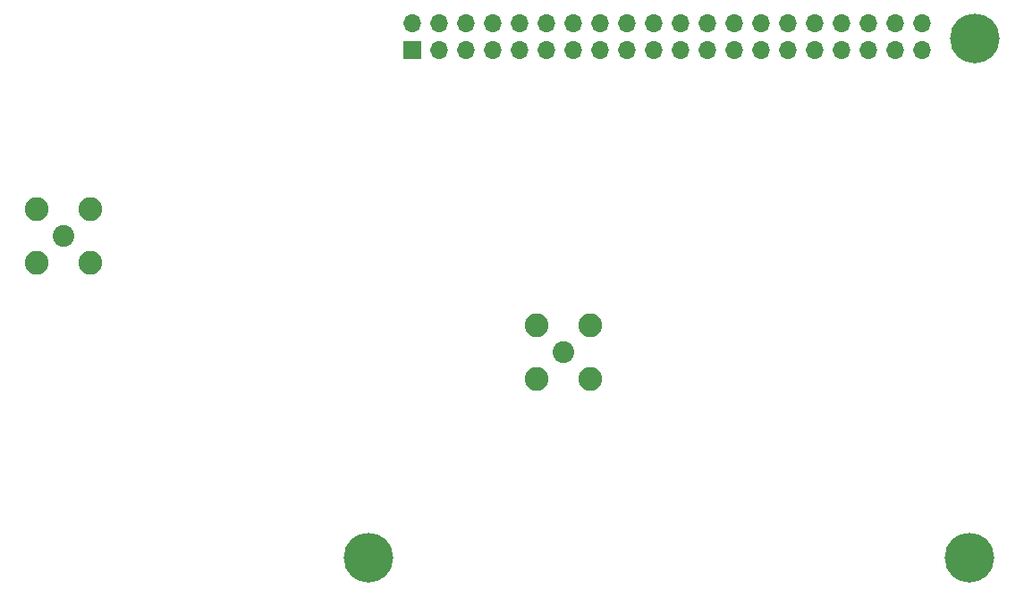
<source format=gbs>
%TF.GenerationSoftware,KiCad,Pcbnew,7.0.2-0*%
%TF.CreationDate,2024-03-08T21:10:32-08:00*%
%TF.ProjectId,Groundstation_Hat,47726f75-6e64-4737-9461-74696f6e5f48,rev?*%
%TF.SameCoordinates,Original*%
%TF.FileFunction,Soldermask,Bot*%
%TF.FilePolarity,Negative*%
%FSLAX46Y46*%
G04 Gerber Fmt 4.6, Leading zero omitted, Abs format (unit mm)*
G04 Created by KiCad (PCBNEW 7.0.2-0) date 2024-03-08 21:10:32*
%MOMM*%
%LPD*%
G01*
G04 APERTURE LIST*
%ADD10R,1.700000X1.700000*%
%ADD11O,1.700000X1.700000*%
%ADD12C,2.050000*%
%ADD13C,2.250000*%
%ADD14C,4.700000*%
G04 APERTURE END LIST*
D10*
X173150000Y-81490000D03*
D11*
X173150000Y-78950000D03*
X175690000Y-81490000D03*
X175690000Y-78950000D03*
X178230000Y-81490000D03*
X178230000Y-78950000D03*
X180770000Y-81490000D03*
X180770000Y-78950000D03*
X183310000Y-81490000D03*
X183310000Y-78950000D03*
X185850000Y-81490000D03*
X185850000Y-78950000D03*
X188390000Y-81490000D03*
X188390000Y-78950000D03*
X190930000Y-81490000D03*
X190930000Y-78950000D03*
X193470000Y-81490000D03*
X193470000Y-78950000D03*
X196010000Y-81490000D03*
X196010000Y-78950000D03*
X198550000Y-81490000D03*
X198550000Y-78950000D03*
X201090000Y-81490000D03*
X201090000Y-78950000D03*
X203630000Y-81490000D03*
X203630000Y-78950000D03*
X206170000Y-81490000D03*
X206170000Y-78950000D03*
X208710000Y-81490000D03*
X208710000Y-78950000D03*
X211250000Y-81490000D03*
X211250000Y-78950000D03*
X213790000Y-81490000D03*
X213790000Y-78950000D03*
X216330000Y-81490000D03*
X216330000Y-78950000D03*
X218870000Y-81490000D03*
X218870000Y-78950000D03*
X221410000Y-81490000D03*
X221410000Y-78950000D03*
D12*
X140110000Y-99180000D03*
D13*
X142650000Y-101720000D03*
X142650000Y-96640000D03*
X137570000Y-101720000D03*
X137570000Y-96640000D03*
D14*
X225900000Y-129650000D03*
X226450000Y-80450000D03*
D12*
X187450000Y-110150000D03*
D13*
X189990000Y-112690000D03*
X189990000Y-107610000D03*
X184910000Y-112690000D03*
X184910000Y-107610000D03*
D14*
X169050000Y-129650000D03*
M02*

</source>
